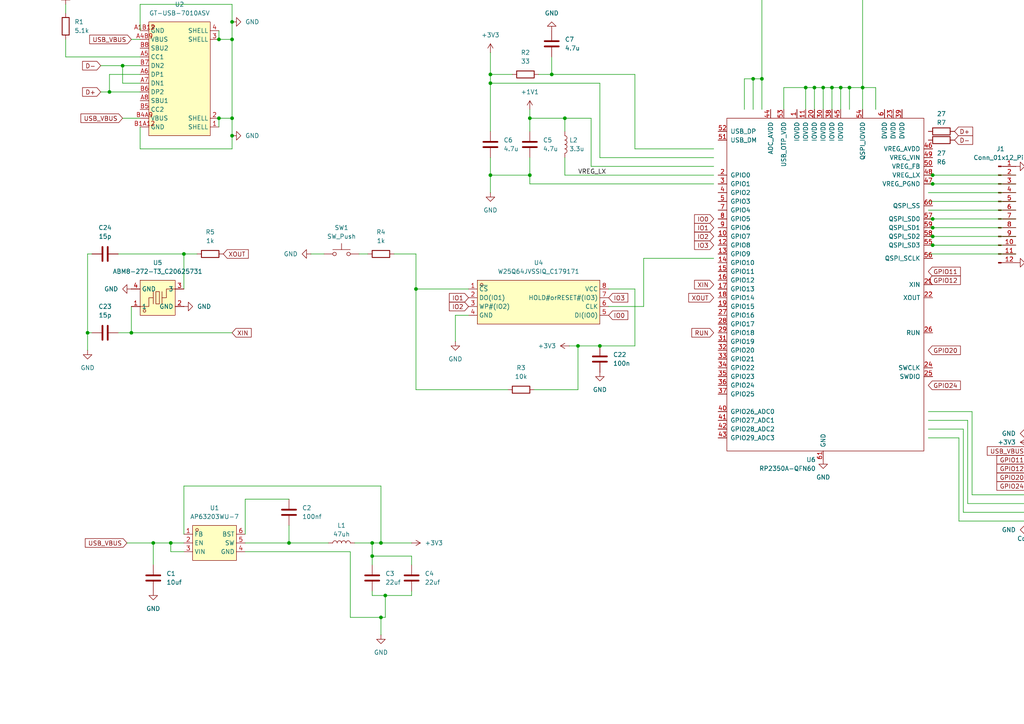
<source format=kicad_sch>
(kicad_sch (version 20250114) (generator "eeschema") (generator_version "9.0")
  (paper "A4")
  (lib_symbols
    (symbol "Connector:Conn_01x12_Pin" (pin_names (offset 1.016) (hide yes))
      (property "Reference" "J" (at 0 15.24 0))
      (property "Value" "Conn_01x12_Pin" (at 0 -17.78 0))
      (symbol "Conn_01x12_Pin_1_1"
        (rectangle (start 0.8636 12.827) (end 0 12.573) (stroke (width 0.1524)) (fill (type outline)))
        (rectangle (start 0.8636 10.287) (end 0 10.033) (stroke (width 0.1524)) (fill (type outline)))
        (rectangle (start 0.8636 7.747) (end 0 7.493) (stroke (width 0.1524)) (fill (type outline)))
        (rectangle (start 0.8636 5.207) (end 0 4.953) (stroke (width 0.1524)) (fill (type outline)))
        (rectangle (start 0.8636 2.667) (end 0 2.413) (stroke (width 0.1524)) (fill (type outline)))
        (rectangle (start 0.8636 0.127) (end 0 -0.127) (stroke (width 0.1524)) (fill (type outline)))
        (rectangle (start 0.8636 -2.413) (end 0 -2.667) (stroke (width 0.1524)) (fill (type outline)))
        (rectangle (start 0.8636 -4.953) (end 0 -5.207) (stroke (width 0.1524)) (fill (type outline)))
        (rectangle (start 0.8636 -7.493) (end 0 -7.747) (stroke (width 0.1524)) (fill (type outline)))
        (rectangle (start 0.8636 -10.033) (end 0 -10.287) (stroke (width 0.1524)) (fill (type outline)))
        (rectangle (start 0.8636 -12.573) (end 0 -12.827) (stroke (width 0.1524)) (fill (type outline)))
        (rectangle (start 0.8636 -15.113) (end 0 -15.367) (stroke (width 0.1524)) (fill (type outline)))
        (polyline (pts (xy 1.27 12.7) (xy 0.8636 12.7)) (stroke (width 0.1524)))
        (polyline (pts (xy 1.27 10.16) (xy 0.8636 10.16)) (stroke (width 0.1524)))
        (polyline (pts (xy 1.27 7.62) (xy 0.8636 7.62)) (stroke (width 0.1524)))
        (polyline (pts (xy 1.27 5.08) (xy 0.8636 5.08)) (stroke (width 0.1524)))
        (polyline (pts (xy 1.27 2.54) (xy 0.8636 2.54)) (stroke (width 0.1524)))
        (polyline (pts (xy 1.27 0) (xy 0.8636 0)) (stroke (width 0.1524)))
        (polyline (pts (xy 1.27 -2.54) (xy 0.8636 -2.54)) (stroke (width 0.1524)))
        (polyline (pts (xy 1.27 -5.08) (xy 0.8636 -5.08)) (stroke (width 0.1524)))
        (polyline (pts (xy 1.27 -7.62) (xy 0.8636 -7.62)) (stroke (width 0.1524)))
        (polyline (pts (xy 1.27 -10.16) (xy 0.8636 -10.16)) (stroke (width 0.1524)))
        (polyline (pts (xy 1.27 -12.7) (xy 0.8636 -12.7)) (stroke (width 0.1524)))
        (polyline (pts (xy 1.27 -15.24) (xy 0.8636 -15.24)) (stroke (width 0.1524)))
        (pin passive line (at 5.08 12.7 180) (length 3.81) (name "Pin_1") (number "1"))
        (pin passive line (at 5.08 10.16 180) (length 3.81) (name "Pin_2") (number "2"))
        (pin passive line (at 5.08 7.62 180) (length 3.81) (name "Pin_3") (number "3"))
        (pin passive line (at 5.08 5.08 180) (length 3.81) (name "Pin_4") (number "4"))
        (pin passive line (at 5.08 2.54 180) (length 3.81) (name "Pin_5") (number "5"))
        (pin passive line (at 5.08 0 180) (length 3.81) (name "Pin_6") (number "6"))
        (pin passive line (at 5.08 -2.54 180) (length 3.81) (name "Pin_7") (number "7"))
        (pin passive line (at 5.08 -5.08 180) (length 3.81) (name "Pin_8") (number "8"))
        (pin passive line (at 5.08 -7.62 180) (length 3.81) (name "Pin_9") (number "9"))
        (pin passive line (at 5.08 -10.16 180) (length 3.81) (name "Pin_10") (number "10"))
        (pin passive line (at 5.08 -12.7 180) (length 3.81) (name "Pin_11") (number "11"))
        (pin passive line (at 5.08 -15.24 180) (length 3.81) (name "Pin_12") (number "12"))
      )
    )
    (symbol "Device:C" (pin_numbers (hide yes)) (pin_names (offset 0.254))
      (property "Reference" "C" (at 0.635 2.54 0))
      (property "Value" "C" (at 0.635 -2.54 0))
      (symbol "C_0_1"
        (polyline (pts (xy -2.032 0.762) (xy 2.032 0.762)) (stroke (width 0.508)))
        (polyline (pts (xy -2.032 -0.762) (xy 2.032 -0.762)) (stroke (width 0.508)))
      )
      (symbol "C_1_1"
        (pin passive line (at 0 3.81 270) (length 2.794) (name "~") (number "1"))
        (pin passive line (at 0 -3.81 90) (length 2.794) (name "~") (number "2"))
      )
    )
    (symbol "Device:L" (pin_numbers (hide yes)) (pin_names (offset 1.016) (hide yes))
      (property "Reference" "L" (at -1.27 0 90))
      (property "Value" "L" (at 1.905 0 90))
      (symbol "L_0_1"
        (arc (start 0 2.54) (mid 0.6323 1.905) (end 0 1.27))
        (arc (start 0 1.27) (mid 0.6323 0.635) (end 0 0))
        (arc (start 0 0) (mid 0.6323 -0.635) (end 0 -1.27))
        (arc (start 0 -1.27) (mid 0.6323 -1.905) (end 0 -2.54))
      )
      (symbol "L_1_1"
        (pin passive line (at 0 3.81 270) (length 1.27) (name "1") (number "1"))
        (pin passive line (at 0 -3.81 90) (length 1.27) (name "2") (number "2"))
      )
    )
    (symbol "Device:R" (pin_numbers (hide yes)) (pin_names (offset 0))
      (property "Reference" "R" (at 2.032 0 90))
      (property "Value" "R" (at 0 0 90))
      (symbol "R_0_1"
        (rectangle (start -1.016 -2.54) (end 1.016 2.54) (stroke (width 0.254)))
      )
      (symbol "R_1_1"
        (pin passive line (at 0 3.81 270) (length 1.27) (name "~") (number "1"))
        (pin passive line (at 0 -3.81 90) (length 1.27) (name "~") (number "2"))
      )
    )
    (symbol "EasyEda:ABM8-272-T3_C20625731"
      (property "Reference" "U" (at 0 7.62 0))
      (property "Value" "ABM8-272-T3_C20625731" (at 0 -7.62 0))
      (symbol "ABM8-272-T3_C20625731_0_1"
        (rectangle (start -5.08 5.08) (end 5.08 -5.08) (fill (type background)))
        (polyline (pts (xy -5.08 -2.54) (xy -2.54 -2.54) (xy -2.54 0) (xy -1.27 0)))
        (circle (center -3.81 -3.81) (radius 0.38))
        (polyline (pts (xy -1.27 -1.78) (xy -1.27 1.78)))
        (rectangle (start -0.51 1.78) (end 0.51 -1.78) (fill (type background)))
        (polyline (pts (xy 1.27 -1.78) (xy 1.27 1.78)))
        (polyline (pts (xy 5.08 2.54) (xy 2.54 2.54) (xy 2.54 0) (xy 1.27 0)))
        (pin input line (at -7.62 2.54 0) (length 2.54) (name "GND") (number "4"))
        (pin input line (at -7.62 -2.54 0) (length 2.54) (name "1") (number "1"))
        (pin input line (at 7.62 2.54 180) (length 2.54) (name "3") (number "3"))
        (pin input line (at 7.62 -2.54 180) (length 2.54) (name "GND") (number "2"))
      )
    )
    (symbol "EasyEda:AP63203WU-7"
      (property "Reference" "U" (at 0 7.62 0))
      (property "Value" "AP63203WU-7" (at 0 -7.62 0))
      (symbol "AP63203WU-7_0_1"
        (rectangle (start -6.35 5.08) (end 6.35 -5.08) (fill (type background)))
        (circle (center -5.08 3.81) (radius 0.38))
        (pin unspecified line (at -8.89 2.54 0) (length 2.54) (name "FB") (number "1"))
        (pin unspecified line (at -8.89 0 0) (length 2.54) (name "EN") (number "2"))
        (pin unspecified line (at -8.89 -2.54 0) (length 2.54) (name "VIN") (number "3"))
        (pin unspecified line (at 8.89 2.54 180) (length 2.54) (name "BST") (number "6"))
        (pin unspecified line (at 8.89 0 180) (length 2.54) (name "SW") (number "5"))
        (pin unspecified line (at 8.89 -2.54 180) (length 2.54) (name "GND") (number "4"))
      )
    )
    (symbol "EasyEda:GT-USB-7010ASV"
      (property "Reference" "U" (at 0 20.32 0))
      (property "Value" "GT-USB-7010ASV" (at 0 -17.78 0))
      (symbol "GT-USB-7010ASV_0_1"
        (rectangle (start -10.16 17.78) (end 7.62 -15.24) (fill (type background)))
        (circle (center -8.89 16.51) (radius 0.38))
        (pin unspecified line (at -12.7 15.24 0) (length 2.54) (name "GND") (number "A1B12"))
        (pin unspecified line (at -12.7 12.7 0) (length 2.54) (name "VBUS") (number "A4B9"))
        (pin unspecified line (at -12.7 10.16 0) (length 2.54) (name "SBU2") (number "B8"))
        (pin unspecified line (at -12.7 7.62 0) (length 2.54) (name "CC1") (number "A5"))
        (pin unspecified line (at -12.7 5.08 0) (length 2.54) (name "DN2") (number "B7"))
        (pin unspecified line (at -12.7 2.54 0) (length 2.54) (name "DP1") (number "A6"))
        (pin unspecified line (at -12.7 0 0) (length 2.54) (name "DN1") (number "A7"))
        (pin unspecified line (at -12.7 -2.54 0) (length 2.54) (name "DP2") (number "B6"))
        (pin unspecified line (at -12.7 -5.08 0) (length 2.54) (name "SBU1") (number "A8"))
        (pin unspecified line (at -12.7 -7.62 0) (length 2.54) (name "CC2") (number "B5"))
        (pin unspecified line (at -12.7 -10.16 0) (length 2.54) (name "VBUS") (number "B4A9"))
        (pin unspecified line (at -12.7 -12.7 0) (length 2.54) (name "GND") (number "B1A12"))
        (pin unspecified line (at 10.16 15.24 180) (length 2.54) (name "SHELL") (number "4"))
        (pin unspecified line (at 10.16 12.7 180) (length 2.54) (name "SHELL") (number "3"))
        (pin unspecified line (at 10.16 -10.16 180) (length 2.54) (name "SHELL") (number "2"))
        (pin unspecified line (at 10.16 -12.7 180) (length 2.54) (name "SHELL") (number "1"))
      )
    )
    (symbol "EasyEda:W25Q64JVSSIQ_C179171"
      (property "Reference" "U" (at 0 8.89 0))
      (property "Value" "W25Q64JVSSIQ_C179171" (at 0 -8.89 0))
      (symbol "W25Q64JVSSIQ_C179171_0_1"
        (rectangle (start -17.78 6.35) (end 17.78 -6.35) (fill (type background)))
        (circle (center -16.51 5.08) (radius 0.38))
        (pin unspecified line (at -20.32 3.81 0) (length 2.54) (name "~{CS}") (number "1"))
        (pin unspecified line (at -20.32 1.27 0) (length 2.54) (name "DO(IO1)") (number "2"))
        (pin unspecified line (at -20.32 -1.27 0) (length 2.54) (name "WP#(IO2)") (number "3"))
        (pin unspecified line (at -20.32 -3.81 0) (length 2.54) (name "GND") (number "4"))
        (pin unspecified line (at 20.32 3.81 180) (length 2.54) (name "VCC") (number "8"))
        (pin unspecified line (at 20.32 1.27 180) (length 2.54) (name "HOLD#orRESET#(IO3)") (number "7"))
        (pin unspecified line (at 20.32 -1.27 180) (length 2.54) (name "CLK") (number "6"))
        (pin unspecified line (at 20.32 -3.81 180) (length 2.54) (name "DI(IO0)") (number "5"))
      )
    )
    (symbol "RPI:RP2350A-QFN60" (pin_names (offset 1.016))
      (property "Reference" "U" (at 0 -1.27 0))
      (property "Value" "RP2350A-QFN60" (at 0 1.27 0))
      (symbol "RP2350A-QFN60_0_1"
        (rectangle (start -29.21 44.45) (end 27.94 -52.07))
      )
      (symbol "RP2350A-QFN60_1_0"
        (pin passive line (at 0 -54.61 90) (length 2.54) (name "GND") (number "61"))
      )
      (symbol "RP2350A-QFN60_1_1"
        (pin power_in line (at -31.75 35.56 0) (length 2.54) (name "VREG_AVDD") (number "46"))
        (pin power_in line (at -31.75 33.02 0) (length 2.54) (name "VREG_VIN") (number "49"))
        (pin power_in line (at -31.75 30.48 0) (length 2.54) (name "VREG_FB") (number "50"))
        (pin power_out line (at -31.75 27.94 0) (length 2.54) (name "VREG_LX") (number "48"))
        (pin input line (at -31.75 25.4 0) (length 2.54) (name "VREG_PGND") (number "47"))
        (pin bidirectional line (at -31.75 19.05 0) (length 2.54) (name "QSPI_SS") (number "60"))
        (pin bidirectional line (at -31.75 15.24 0) (length 2.54) (name "QSPI_SD0") (number "57"))
        (pin bidirectional line (at -31.75 12.7 0) (length 2.54) (name "QSPI_SD1") (number "59"))
        (pin bidirectional line (at -31.75 10.16 0) (length 2.54) (name "QSPI_SD2") (number "58"))
        (pin bidirectional line (at -31.75 7.62 0) (length 2.54) (name "QSPI_SD3") (number "55"))
        (pin bidirectional line (at -31.75 3.81 0) (length 2.54) (name "QSPI_SCLK") (number "56"))
        (pin input line (at -31.75 -3.81 0) (length 2.54) (name "XIN") (number "21"))
        (pin output line (at -31.75 -7.62 0) (length 2.54) (name "XOUT") (number "22"))
        (pin input line (at -31.75 -17.78 0) (length 2.54) (name "RUN") (number "26"))
        (pin input line (at -31.75 -27.94 0) (length 2.54) (name "SWCLK") (number "24"))
        (pin bidirectional line (at -31.75 -30.48 0) (length 2.54) (name "SWDIO") (number "25"))
        (pin power_in line (at -22.86 46.99 270) (length 2.54) (name "DVDD") (number "39"))
        (pin power_in line (at -20.32 46.99 270) (length 2.54) (name "DVDD") (number "23"))
        (pin power_in line (at -17.78 46.99 270) (length 2.54) (name "DVDD") (number "6"))
        (pin power_in line (at -11.43 46.99 270) (length 2.54) (name "QSPI_IOVDD") (number "54"))
        (pin power_in line (at -5.08 46.99 270) (length 2.54) (name "IOVDD") (number "45"))
        (pin power_in line (at -2.54 46.99 270) (length 2.54) (name "IOVDD") (number "38"))
        (pin power_in line (at 0 46.99 270) (length 2.54) (name "IOVDD") (number "30"))
        (pin power_in line (at 2.54 46.99 270) (length 2.54) (name "IOVDD") (number "20"))
        (pin power_in line (at 5.08 46.99 270) (length 2.54) (name "IOVDD") (number "11"))
        (pin power_in line (at 7.62 46.99 270) (length 2.54) (name "IOVDD") (number "1"))
        (pin power_in line (at 11.43 46.99 270) (length 2.54) (name "USB_OTP_VDD") (number "53"))
        (pin power_in line (at 15.24 46.99 270) (length 2.54) (name "ADC_AVDD") (number "44"))
        (pin bidirectional line (at 30.48 40.64 180) (length 2.54) (name "USB_DP") (number "52"))
        (pin bidirectional line (at 30.48 38.1 180) (length 2.54) (name "USB_DM") (number "51"))
        (pin bidirectional line (at 30.48 27.94 180) (length 2.54) (name "GPIO0") (number "2"))
        (pin bidirectional line (at 30.48 25.4 180) (length 2.54) (name "GPIO1") (number "3"))
        (pin bidirectional line (at 30.48 22.86 180) (length 2.54) (name "GPIO2") (number "4"))
        (pin bidirectional line (at 30.48 20.32 180) (length 2.54) (name "GPIO3") (number "5"))
        (pin bidirectional line (at 30.48 17.78 180) (length 2.54) (name "GPIO4") (number "7"))
        (pin bidirectional line (at 30.48 15.24 180) (length 2.54) (name "GPIO5") (number "8"))
        (pin bidirectional line (at 30.48 12.7 180) (length 2.54) (name "GPIO6") (number "9"))
        (pin bidirectional line (at 30.48 10.16 180) (length 2.54) (name "GPIO7") (number "10"))
        (pin bidirectional line (at 30.48 7.62 180) (length 2.54) (name "GPIO8") (number "12"))
        (pin bidirectional line (at 30.48 5.08 180) (length 2.54) (name "GPIO9") (number "13"))
        (pin bidirectional line (at 30.48 2.54 180) (length 2.54) (name "GPIO10") (number "14"))
        (pin bidirectional line (at 30.48 0 180) (length 2.54) (name "GPIO11") (number "15"))
        (pin bidirectional line (at 30.48 -2.54 180) (length 2.54) (name "GPIO12") (number "16"))
        (pin bidirectional line (at 30.48 -5.08 180) (length 2.54) (name "GPIO13") (number "17"))
        (pin bidirectional line (at 30.48 -7.62 180) (length 2.54) (name "GPIO14") (number "18"))
        (pin bidirectional line (at 30.48 -10.16 180) (length 2.54) (name "GPIO15") (number "19"))
        (pin bidirectional line (at 30.48 -12.7 180) (length 2.54) (name "GPIO16") (number "27"))
        (pin bidirectional line (at 30.48 -15.24 180) (length 2.54) (name "GPIO17") (number "28"))
        (pin bidirectional line (at 30.48 -17.78 180) (length 2.54) (name "GPIO18") (number "29"))
        (pin bidirectional line (at 30.48 -20.32 180) (length 2.54) (name "GPIO19") (number "31"))
        (pin bidirectional line (at 30.48 -22.86 180) (length 2.54) (name "GPIO20") (number "32"))
        (pin bidirectional line (at 30.48 -25.4 180) (length 2.54) (name "GPIO21") (number "33"))
        (pin bidirectional line (at 30.48 -27.94 180) (length 2.54) (name "GPIO22") (number "34"))
        (pin bidirectional line (at 30.48 -30.48 180) (length 2.54) (name "GPIO23") (number "35"))
        (pin bidirectional line (at 30.48 -33.02 180) (length 2.54) (name "GPIO24") (number "36"))
        (pin bidirectional line (at 30.48 -35.56 180) (length 2.54) (name "GPIO25") (number "37"))
        (pin bidirectional line (at 30.48 -40.64 180) (length 2.54) (name "GPIO26_ADC0") (number "40"))
        (pin bidirectional line (at 30.48 -43.18 180) (length 2.54) (name "GPIO27_ADC1") (number "41"))
        (pin bidirectional line (at 30.48 -45.72 180) (length 2.54) (name "GPIO28_ADC2") (number "42"))
        (pin bidirectional line (at 30.48 -48.26 180) (length 2.54) (name "GPIO29_ADC3") (number "43"))
      )
    )
    (symbol "Switch:SW_Push" (pin_numbers (hide yes)) (pin_names (offset 1.016) (hide yes))
      (property "Reference" "SW" (at 1.27 2.54 0))
      (property "Value" "SW_Push" (at 0 -1.524 0))
      (symbol "SW_Push_0_1"
        (circle (center -2.032 0) (radius 0.508))
        (polyline (pts (xy 0 1.27) (xy 0 3.048)))
        (circle (center 2.032 0) (radius 0.508))
        (polyline (pts (xy 2.54 1.27) (xy -2.54 1.27)))
        (pin passive line (at -5.08 0 0) (length 2.54) (name "1") (number "1"))
        (pin passive line (at 5.08 0 180) (length 2.54) (name "2") (number "2"))
      )
    )
    (symbol "power:+1V1" (power) (pin_numbers (hide yes)) (pin_names (offset 0) (hide yes))
      (property "Value" "+1V1" (at 0 3.556 0))
      (symbol "+1V1_0_1"
        (polyline (pts (xy -0.762 1.27) (xy 0 2.54)))
        (polyline (pts (xy 0 2.54) (xy 0.762 1.27)))
        (polyline (pts (xy 0 0) (xy 0 2.54)))
      )
      (symbol "+1V1_1_1"
        (pin power_in line (at 0 0 90) (length 0) (name "~") (number "1"))
      )
    )
    (symbol "power:+3V3" (power) (pin_numbers (hide yes)) (pin_names (offset 0) (hide yes))
      (property "Value" "+3V3" (at 0 3.556 0))
      (symbol "+3V3_0_1"
        (polyline (pts (xy -0.762 1.27) (xy 0 2.54)))
        (polyline (pts (xy 0 2.54) (xy 0.762 1.27)))
        (polyline (pts (xy 0 0) (xy 0 2.54)))
      )
      (symbol "+3V3_1_1"
        (pin power_in line (at 0 0 90) (length 0) (name "~") (number "1"))
      )
    )
    (symbol "power:GND" (power) (pin_numbers (hide yes)) (pin_names (offset 0) (hide yes))
      (property "Value" "GND" (at 0 -3.81 0))
      (symbol "GND_0_1"
        (polyline (pts (xy 0 0) (xy 0 -1.27) (xy 1.27 -1.27) (xy 0 -2.54) (xy -1.27 -1.27) (xy 0 -1.27)))
      )
      (symbol "GND_1_1"
        (pin power_in line (at 0 0 270) (length 0) (name "~") (number "1"))
      )
    )
  )
  (junction (at 63.5 11.43))
  (junction (at 142.24 21.59))
  (junction (at 160.02 21.59))
  (junction (at 377.19 -20.32))
  (junction (at 142.24 24.13))
  (junction (at 107.95 157.48))
  (junction (at 173.99 100.33))
  (junction (at 238.76 25.4))
  (junction (at 63.5 34.29))
  (junction (at 31.75 26.67))
  (junction (at 67.31 34.29))
  (junction (at 153.67 50.8))
  (junction (at 35.56 19.05))
  (junction (at 270.51 50.8))
  (junction (at 270.51 71.12))
  (junction (at 167.64 100.33))
  (junction (at 111.76 172.72))
  (junction (at 53.34 73.66))
  (junction (at 250.19 25.4))
  (junction (at 331.47 -20.32))
  (junction (at 270.51 53.34))
  (junction (at 49.53 157.48))
  (junction (at 67.31 6.35))
  (junction (at 107.95 161.29))
  (junction (at 354.33 -20.32))
  (junction (at 331.47 -27.94))
  (junction (at 83.82 157.48))
  (junction (at 297.18 -20.32))
  (junction (at 354.33 -27.94))
  (junction (at 365.76 -27.94))
  (junction (at 38.1 96.52))
  (junction (at 25.4 96.52))
  (junction (at 270.51 63.5))
  (junction (at 205.74 -25.4))
  (junction (at 342.9 -20.32))
  (junction (at 120.65 83.82))
  (junction (at 270.51 66.04))
  (junction (at 342.9 -27.94))
  (junction (at 110.49 157.48))
  (junction (at 255.27 -26.67))
  (junction (at 241.3 25.4))
  (junction (at 308.61 -20.32))
  (junction (at 320.04 -27.94))
  (junction (at 320.04 -20.32))
  (junction (at 142.24 50.8))
  (junction (at 220.98 22.86))
  (junction (at 270.51 68.58))
  (junction (at 205.74 -44.45))
  (junction (at 193.04 -25.4))
  (junction (at 308.61 -27.94))
  (junction (at 243.84 25.4))
  (junction (at 236.22 25.4))
  (junction (at 44.45 157.48))
  (junction (at 238.76 -44.45))
  (junction (at 163.83 34.29))
  (junction (at 67.31 11.43))
  (junction (at 246.38 25.4))
  (junction (at 274.32 -27.94))
  (junction (at 110.49 179.07))
  (junction (at 218.44 22.86))
  (junction (at 365.76 -20.32))
  (junction (at 67.31 39.37))
  (junction (at 297.18 -27.94))
  (junction (at 153.67 34.29))
  (junction (at 218.44 -44.45))
  (junction (at 233.68 25.4))
  (wire (pts (xy 132.08 91.44) (xy 135.89 91.44)))
  (wire (pts (xy 38.1 96.52) (xy 38.1 88.9)))
  (wire (pts (xy 274.32 -20.32) (xy 297.18 -20.32)))
  (wire (pts (xy 314.96 35.56) (xy 314.96 40.64)))
  (wire (pts (xy 142.24 50.8) (xy 142.24 45.72)))
  (wire (pts (xy 29.21 19.05) (xy 35.56 19.05)))
  (wire (pts (xy 254 25.4) (xy 254 31.75)))
  (wire (pts (xy 205.74 -44.45) (xy 193.04 -44.45)))
  (wire (pts (xy 71.12 160.02) (xy 101.6 160.02)))
  (wire (pts (xy 205.74 -44.45) (xy 205.74 -36.83)))
  (wire (pts (xy 176.53 83.82) (xy 184.15 83.82)))
  (wire (pts (xy 160.02 21.59) (xy 184.15 21.59)))
  (wire (pts (xy 71.12 144.78) (xy 83.82 144.78)))
  (wire (pts (xy 119.38 163.83) (xy 119.38 161.29)))
  (wire (pts (xy 35.56 34.29) (xy 40.64 34.29)))
  (wire (pts (xy 165.1 100.33) (xy 167.64 100.33)))
  (wire (pts (xy 67.31 34.29) (xy 63.5 34.29)))
  (wire (pts (xy 342.9 -27.94) (xy 354.33 -27.94)))
  (wire (pts (xy 67.31 39.37) (xy 67.31 34.29)))
  (wire (pts (xy 40.64 8.89) (xy 40.64 1.27)))
  (wire (pts (xy 107.95 172.72) (xy 107.95 171.45)))
  (wire (pts (xy 238.76 -44.45) (xy 218.44 -44.45)))
  (wire (pts (xy 215.9 31.75) (xy 215.9 22.86)))
  (wire (pts (xy 320.04 -27.94) (xy 331.47 -27.94)))
  (wire (pts (xy 142.24 15.24) (xy 142.24 21.59)))
  (wire (pts (xy 238.76 25.4) (xy 241.3 25.4)))
  (wire (pts (xy 153.67 50.8) (xy 142.24 50.8)))
  (wire (pts (xy 354.33 -27.94) (xy 365.76 -27.94)))
  (wire (pts (xy 19.05 1.27) (xy 19.05 3.81)))
  (wire (pts (xy 207.01 74.93) (xy 186.69 74.93)))
  (wire (pts (xy 205.74 -25.4) (xy 193.04 -25.4)))
  (wire (pts (xy 278.13 151.13) (xy 298.45 151.13)))
  (wire (pts (xy 167.64 113.03) (xy 167.64 100.33)))
  (wire (pts (xy 331.47 -27.94) (xy 342.9 -27.94)))
  (wire (pts (xy 171.45 48.26) (xy 207.01 48.26)))
  (wire (pts (xy 269.24 60.96) (xy 294.64 60.96)))
  (wire (pts (xy 153.67 53.34) (xy 153.67 50.8)))
  (wire (pts (xy 101.6 179.07) (xy 110.49 179.07)))
  (wire (pts (xy 40.64 24.13) (xy 35.56 24.13)))
  (wire (pts (xy 280.67 146.05) (xy 298.45 146.05)))
  (wire (pts (xy 107.95 161.29) (xy 107.95 163.83)))
  (wire (pts (xy 280.67 121.92) (xy 280.67 146.05)))
  (wire (pts (xy 40.64 1.27) (xy 67.31 1.27)))
  (wire (pts (xy 67.31 1.27) (xy 67.31 6.35)))
  (wire (pts (xy 269.24 58.42) (xy 294.64 58.42)))
  (wire (pts (xy 184.15 83.82) (xy 184.15 100.33)))
  (wire (pts (xy 142.24 24.13) (xy 142.24 38.1)))
  (wire (pts (xy 269.24 50.8) (xy 270.51 50.8)))
  (wire (pts (xy 270.51 -26.67) (xy 270.51 -27.94)))
  (wire (pts (xy 205.74 -29.21) (xy 205.74 -25.4)))
  (wire (pts (xy 388.62 -20.32) (xy 388.62 -16.51)))
  (wire (pts (xy 269.24 121.92) (xy 280.67 121.92)))
  (wire (pts (xy 110.49 157.48) (xy 119.38 157.48)))
  (wire (pts (xy 207.01 45.72) (xy 173.99 45.72)))
  (wire (pts (xy 269.24 68.58) (xy 270.51 68.58)))
  (wire (pts (xy 184.15 43.18) (xy 184.15 21.59)))
  (wire (pts (xy 83.82 157.48) (xy 95.25 157.48)))
  (wire (pts (xy 25.4 96.52) (xy 25.4 73.66)))
  (wire (pts (xy 63.5 34.29) (xy 63.5 36.83)))
  (wire (pts (xy 270.51 66.04) (xy 294.64 66.04)))
  (wire (pts (xy 142.24 50.8) (xy 142.24 55.88)))
  (wire (pts (xy 255.27 -26.67) (xy 270.51 -26.67)))
  (wire (pts (xy 107.95 157.48) (xy 110.49 157.48)))
  (wire (pts (xy 220.98 22.86) (xy 220.98 -8.89)))
  (wire (pts (xy 270.51 50.8) (xy 294.64 50.8)))
  (wire (pts (xy 270.51 63.5) (xy 294.64 63.5)))
  (wire (pts (xy 218.44 -44.45) (xy 218.44 -36.83)))
  (wire (pts (xy 53.34 83.82) (xy 53.34 73.66)))
  (wire (pts (xy 107.95 157.48) (xy 102.87 157.48)))
  (wire (pts (xy 207.01 53.34) (xy 153.67 53.34)))
  (wire (pts (xy 233.68 25.4) (xy 236.22 25.4)))
  (wire (pts (xy 163.83 50.8) (xy 207.01 50.8)))
  (wire (pts (xy 167.64 100.33) (xy 173.99 100.33)))
  (wire (pts (xy 250.19 25.4) (xy 250.19 -26.67)))
  (wire (pts (xy 111.76 172.72) (xy 107.95 172.72)))
  (wire (pts (xy 142.24 21.59) (xy 148.59 21.59)))
  (wire (pts (xy 132.08 99.06) (xy 132.08 91.44)))
  (wire (pts (xy 193.04 -25.4) (xy 193.04 -29.21)))
  (wire (pts (xy 40.64 43.18) (xy 67.31 43.18)))
  (wire (pts (xy 269.24 66.04) (xy 270.51 66.04)))
  (wire (pts (xy 40.64 16.51) (xy 19.05 16.51)))
  (wire (pts (xy 331.47 -20.32) (xy 342.9 -20.32)))
  (wire (pts (xy 53.34 140.97) (xy 110.49 140.97)))
  (wire (pts (xy 238.76 -8.89) (xy 238.76 -44.45)))
  (wire (pts (xy 156.21 21.59) (xy 160.02 21.59)))
  (wire (pts (xy 19.05 16.51) (xy 19.05 11.43)))
  (wire (pts (xy 255.27 -27.94) (xy 255.27 -26.67)))
  (wire (pts (xy 354.33 -20.32) (xy 365.76 -20.32)))
  (wire (pts (xy 279.4 148.59) (xy 279.4 124.46)))
  (wire (pts (xy 67.31 96.52) (xy 38.1 96.52)))
  (wire (pts (xy 44.45 157.48) (xy 44.45 163.83)))
  (wire (pts (xy 63.5 11.43) (xy 67.31 11.43)))
  (wire (pts (xy 53.34 157.48) (xy 49.53 157.48)))
  (wire (pts (xy 34.29 73.66) (xy 53.34 73.66)))
  (wire (pts (xy 120.65 83.82) (xy 120.65 113.03)))
  (wire (pts (xy 218.44 22.86) (xy 218.44 31.75)))
  (wire (pts (xy 110.49 179.07) (xy 110.49 184.15)))
  (wire (pts (xy 173.99 45.72) (xy 173.99 24.13)))
  (wire (pts (xy 25.4 96.52) (xy 25.4 101.6)))
  (wire (pts (xy 83.82 157.48) (xy 83.82 152.4)))
  (wire (pts (xy 365.76 -20.32) (xy 377.19 -20.32)))
  (wire (pts (xy 207.01 43.18) (xy 184.15 43.18)))
  (wire (pts (xy 269.24 127) (xy 278.13 127)))
  (wire (pts (xy 35.56 24.13) (xy 35.56 19.05)))
  (wire (pts (xy 215.9 22.86) (xy 218.44 22.86)))
  (wire (pts (xy 173.99 24.13) (xy 142.24 24.13)))
  (wire (pts (xy 279.4 124.46) (xy 269.24 124.46)))
  (wire (pts (xy 53.34 154.94) (xy 53.34 140.97)))
  (wire (pts (xy 31.75 21.59) (xy 31.75 26.67)))
  (wire (pts (xy 67.31 43.18) (xy 67.31 39.37)))
  (wire (pts (xy 31.75 26.67) (xy 40.64 26.67)))
  (wire (pts (xy 218.44 -25.4) (xy 205.74 -25.4)))
  (wire (pts (xy 365.76 -27.94) (xy 377.19 -27.94)))
  (wire (pts (xy 90.17 73.66) (xy 93.98 73.66)))
  (wire (pts (xy 227.33 31.75) (xy 227.33 25.4)))
  (wire (pts (xy 278.13 127) (xy 278.13 151.13)))
  (wire (pts (xy 238.76 25.4) (xy 236.22 25.4)))
  (wire (pts (xy 160.02 21.59) (xy 160.02 16.51)))
  (wire (pts (xy 119.38 172.72) (xy 119.38 171.45)))
  (wire (pts (xy 297.18 -20.32) (xy 308.61 -20.32)))
  (wire (pts (xy 67.31 11.43) (xy 67.31 34.29)))
  (wire (pts (xy 342.9 -20.32) (xy 354.33 -20.32)))
  (wire (pts (xy 270.51 -27.94) (xy 274.32 -27.94)))
  (wire (pts (xy 71.12 157.48) (xy 83.82 157.48)))
  (wire (pts (xy 298.45 143.51) (xy 281.94 143.51)))
  (wire (pts (xy 104.14 73.66) (xy 106.68 73.66)))
  (wire (pts (xy 236.22 25.4) (xy 236.22 31.75)))
  (wire (pts (xy 193.04 -44.45) (xy 193.04 -36.83)))
  (wire (pts (xy 218.44 -44.45) (xy 205.74 -44.45)))
  (wire (pts (xy 314.96 8.89) (xy 314.96 11.43)))
  (wire (pts (xy 163.83 34.29) (xy 163.83 38.1)))
  (wire (pts (xy 250.19 -26.67) (xy 255.27 -26.67)))
  (wire (pts (xy 49.53 157.48) (xy 44.45 157.48)))
  (wire (pts (xy 153.67 38.1) (xy 153.67 34.29)))
  (wire (pts (xy 153.67 31.75) (xy 153.67 34.29)))
  (wire (pts (xy 26.67 96.52) (xy 25.4 96.52)))
  (wire (pts (xy 153.67 45.72) (xy 153.67 50.8)))
  (wire (pts (xy 38.1 96.52) (xy 34.29 96.52)))
  (wire (pts (xy 269.24 71.12) (xy 270.51 71.12)))
  (wire (pts (xy 153.67 34.29) (xy 163.83 34.29)))
  (wire (pts (xy 120.65 113.03) (xy 147.32 113.03)))
  (wire (pts (xy 186.69 88.9) (xy 176.53 88.9)))
  (wire (pts (xy 120.65 73.66) (xy 120.65 83.82)))
  (wire (pts (xy 142.24 21.59) (xy 142.24 24.13)))
  (wire (pts (xy 246.38 25.4) (xy 250.19 25.4)))
  (wire (pts (xy 171.45 34.29) (xy 171.45 48.26)))
  (wire (pts (xy 270.51 71.12) (xy 294.64 71.12)))
  (wire (pts (xy 269.24 63.5) (xy 270.51 63.5)))
  (wire (pts (xy 29.21 26.67) (xy 31.75 26.67)))
  (wire (pts (xy 241.3 25.4) (xy 243.84 25.4)))
  (wire (pts (xy 233.68 25.4) (xy 233.68 31.75)))
  (wire (pts (xy 49.53 160.02) (xy 49.53 157.48)))
  (wire (pts (xy 119.38 172.72) (xy 111.76 172.72)))
  (wire (pts (xy 154.94 113.03) (xy 167.64 113.03)))
  (wire (pts (xy 101.6 160.02) (xy 101.6 179.07)))
  (wire (pts (xy 298.45 148.59) (xy 279.4 148.59)))
  (wire (pts (xy 40.64 36.83) (xy 40.64 43.18)))
  (wire (pts (xy 25.4 73.66) (xy 26.67 73.66)))
  (wire (pts (xy 281.94 119.38) (xy 269.24 119.38)))
  (wire (pts (xy 269.24 55.88) (xy 294.64 55.88)))
  (wire (pts (xy 270.51 68.58) (xy 294.64 68.58)))
  (wire (pts (xy 297.18 -27.94) (xy 308.61 -27.94)))
  (wire (pts (xy 107.95 157.48) (xy 107.95 161.29)))
  (wire (pts (xy 36.83 157.48) (xy 44.45 157.48)))
  (wire (pts (xy 63.5 8.89) (xy 63.5 11.43)))
  (wire (pts (xy 246.38 25.4) (xy 246.38 31.75)))
  (wire (pts (xy 269.24 53.34) (xy 270.51 53.34)))
  (wire (pts (xy 250.19 25.4) (xy 250.19 31.75)))
  (wire (pts (xy 111.76 172.72) (xy 111.76 179.07)))
  (wire (pts (xy 218.44 -29.21) (xy 218.44 -25.4)))
  (wire (pts (xy 243.84 25.4) (xy 243.84 31.75)))
  (wire (pts (xy 71.12 154.94) (xy 71.12 144.78)))
  (wire (pts (xy 269.24 73.66) (xy 294.64 73.66)))
  (wire (pts (xy 53.34 160.02) (xy 49.53 160.02)))
  (wire (pts (xy 220.98 -8.89) (xy 238.76 -8.89)))
  (wire (pts (xy 377.19 -20.32) (xy 388.62 -20.32)))
  (wire (pts (xy 186.69 -25.4) (xy 193.04 -25.4)))
  (wire (pts (xy 135.89 83.82) (xy 120.65 83.82)))
  (wire (pts (xy 238.76 31.75) (xy 238.76 25.4)))
  (wire (pts (xy 53.34 73.66) (xy 57.15 73.66)))
  (wire (pts (xy 163.83 45.72) (xy 163.83 50.8)))
  (wire (pts (xy 218.44 22.86) (xy 220.98 22.86)))
  (wire (pts (xy 173.99 100.33) (xy 184.15 100.33)))
  (wire (pts (xy 238.76 -50.8) (xy 238.76 -44.45)))
  (wire (pts (xy 38.1 11.43) (xy 40.64 11.43)))
  (wire (pts (xy 308.61 -27.94) (xy 320.04 -27.94)))
  (wire (pts (xy 119.38 161.29) (xy 107.95 161.29)))
  (wire (pts (xy 241.3 25.4) (xy 241.3 31.75)))
  (wire (pts (xy 220.98 31.75) (xy 220.98 22.86)))
  (wire (pts (xy 274.32 -27.94) (xy 297.18 -27.94)))
  (wire (pts (xy 186.69 74.93) (xy 186.69 88.9)))
  (wire (pts (xy 40.64 21.59) (xy 31.75 21.59)))
  (wire (pts (xy 110.49 140.97) (xy 110.49 157.48)))
  (wire (pts (xy 320.04 -20.32) (xy 331.47 -20.32)))
  (wire (pts (xy 250.19 25.4) (xy 254 25.4)))
  (wire (pts (xy 227.33 25.4) (xy 233.68 25.4)))
  (wire (pts (xy 114.3 73.66) (xy 120.65 73.66)))
  (wire (pts (xy 111.76 179.07) (xy 110.49 179.07)))
  (wire (pts (xy 314.96 19.05) (xy 314.96 25.4)))
  (wire (pts (xy 35.56 19.05) (xy 40.64 19.05)))
  (wire (pts (xy 243.84 25.4) (xy 246.38 25.4)))
  (wire (pts (xy 281.94 143.51) (xy 281.94 119.38)))
  (wire (pts (xy 270.51 53.34) (xy 294.64 53.34)))
  (wire (pts (xy 308.61 -20.32) (xy 320.04 -20.32)))
  (wire (pts (xy 171.45 34.29) (xy 163.83 34.29)))
  (wire (pts (xy 67.31 6.35) (xy 67.31 11.43)))
  (label "VREG_LX" (at 167.64 50.8 0))
  (global_label "USB_VBUS" (shape input) (at 298.45 130.81 180) (property "Intersheetrefs" "${INTERSHEET_REFS}" (effects (hide yes))))
  (global_label "GPIO20" (shape input) (at 298.45 138.43 180) (property "Intersheetrefs" "${INTERSHEET_REFS}" (effects (hide yes))))
  (global_label "IO3" (shape input) (at 207.01 71.12 180) (property "Intersheetrefs" "${INTERSHEET_REFS}" (effects (hide yes))))
  (global_label "IO0" (shape input) (at 176.53 91.44 0) (property "Intersheetrefs" "${INTERSHEET_REFS}" (effects (hide yes))))
  (global_label "XOUT" (shape input) (at 64.77 73.66 0) (property "Intersheetrefs" "${INTERSHEET_REFS}" (effects (hide yes))))
  (global_label "GPIO12" (shape input) (at 298.45 135.89 180) (property "Intersheetrefs" "${INTERSHEET_REFS}" (effects (hide yes))))
  (global_label "XOUT" (shape input) (at 207.01 86.36 180) (property "Intersheetrefs" "${INTERSHEET_REFS}" (effects (hide yes))))
  (global_label "D-" (shape input) (at 29.21 19.05 180) (property "Intersheetrefs" "${INTERSHEET_REFS}" (effects (hide yes))))
  (global_label "GPIO11" (shape input) (at 269.24 78.74 0) (property "Intersheetrefs" "${INTERSHEET_REFS}" (effects (hide yes))))
  (global_label "USB_VBUS" (shape input) (at 36.83 157.48 180) (property "Intersheetrefs" "${INTERSHEET_REFS}" (effects (hide yes))))
  (global_label "USB_VBUS" (shape input) (at 38.1 11.43 180) (property "Intersheetrefs" "${INTERSHEET_REFS}" (effects (hide yes))))
  (global_label "D-" (shape input) (at 276.86 40.64 0) (property "Intersheetrefs" "${INTERSHEET_REFS}" (effects (hide yes))))
  (global_label "D+" (shape input) (at 276.86 38.1 0) (property "Intersheetrefs" "${INTERSHEET_REFS}" (effects (hide yes))))
  (global_label "GPIO24" (shape input) (at 269.24 111.76 0) (property "Intersheetrefs" "${INTERSHEET_REFS}" (effects (hide yes))))
  (global_label "GPIO11" (shape input) (at 298.45 133.35 180) (property "Intersheetrefs" "${INTERSHEET_REFS}" (effects (hide yes))))
  (global_label "IO3" (shape input) (at 176.53 86.36 0) (property "Intersheetrefs" "${INTERSHEET_REFS}" (effects (hide yes))))
  (global_label "RUN" (shape input) (at 207.01 96.52 180) (property "Intersheetrefs" "${INTERSHEET_REFS}" (effects (hide yes))))
  (global_label "IO1" (shape input) (at 207.01 66.04 180) (property "Intersheetrefs" "${INTERSHEET_REFS}" (effects (hide yes))))
  (global_label "RUN" (shape input) (at 314.96 8.89 90) (property "Intersheetrefs" "${INTERSHEET_REFS}" (effects (hide yes))))
  (global_label "XIN" (shape input) (at 67.31 96.52 0) (property "Intersheetrefs" "${INTERSHEET_REFS}" (effects (hide yes))))
  (global_label "USB_VBUS" (shape input) (at 35.56 34.29 180) (property "Intersheetrefs" "${INTERSHEET_REFS}" (effects (hide yes))))
  (global_label "GPIO12" (shape input) (at 269.24 81.28 0) (property "Intersheetrefs" "${INTERSHEET_REFS}" (effects (hide yes))))
  (global_label "XIN" (shape input) (at 207.01 82.55 180) (property "Intersheetrefs" "${INTERSHEET_REFS}" (effects (hide yes))))
  (global_label "IO0" (shape input) (at 207.01 63.5 180) (property "Intersheetrefs" "${INTERSHEET_REFS}" (effects (hide yes))))
  (global_label "GPIO20" (shape input) (at 269.24 101.6 0) (property "Intersheetrefs" "${INTERSHEET_REFS}" (effects (hide yes))))
  (global_label "GPIO24" (shape input) (at 298.45 140.97 180) (property "Intersheetrefs" "${INTERSHEET_REFS}" (effects (hide yes))))
  (global_label "IO2" (shape input) (at 207.01 68.58 180) (property "Intersheetrefs" "${INTERSHEET_REFS}" (effects (hide yes))))
  (global_label "IO1" (shape input) (at 135.89 86.36 180) (property "Intersheetrefs" "${INTERSHEET_REFS}" (effects (hide yes))))
  (global_label "IO2" (shape input) (at 135.89 88.9 180) (property "Intersheetrefs" "${INTERSHEET_REFS}" (effects (hide yes))))
  (global_label "D+" (shape input) (at 29.21 26.67 180) (property "Intersheetrefs" "${INTERSHEET_REFS}" (effects (hide yes))))
  (symbol (lib_id "Connector:Conn_01x12_Pin") (at 289.56 60.96 0) (unit 1)
    (property "Reference" "J1" (at 290.195 43.18 0))
    (property "Value" "Conn_01x12_Pin" (at 290.195 45.72 0))
    (property "Footprint" "Connector_PinHeader_2.54mm:PinHeader_1x12_P2.54mm_Vertical" (effects (hide yes)))
    (property "Description" "Generic connector, single row, 01x12, script generated" (effects (hide yes)))
  )
  (symbol (lib_id "Device:C") (at 320.04 -24.13 0) (unit 1)
    (property "Reference" "C15" (at 323.85 -25.4001 0) (effects (justify left)))
    (property "Value" "100n" (at 323.85 -22.8601 0) (effects (justify left)))
    (property "Footprint" "Capacitor_SMD:C_0402_1005Metric" (effects (hide yes)))
    (property "Description" "Unpolarized capacitor" (effects (hide yes)))
  )
  (symbol (lib_id "power:+3V3") (at 119.38 157.48 270) (unit 1)
    (property "Reference" "#PWR08" (effects (hide yes)))
    (property "Value" "+3V3" (at 123.19 157.4799 90) (effects (justify left)))
    (property "Description" "Power symbol creates a global label with name \"+3V3\"" (effects (hide yes)))
  )
  (symbol (lib_id "Device:C") (at 142.24 41.91 0) (unit 1)
    (property "Reference" "C6" (at 146.05 40.6399 0) (effects (justify left)))
    (property "Value" "4.7u" (at 146.05 43.1799 0) (effects (justify left)))
    (property "Footprint" "RP2350_60QFN_minimal:C_0402_1005Metric_small_pads" (effects (hide yes)))
    (property "Description" "Unpolarized capacitor" (effects (hide yes)))
  )
  (symbol (lib_id "power:+1V1") (at 238.76 -50.8 0) (unit 1)
    (property "Reference" "#PWR011" (effects (hide yes)))
    (property "Value" "+1V1" (at 238.76 -55.88 0))
    (property "Description" "Power symbol creates a global label with name \"+1V1\"" (effects (hide yes)))
  )
  (symbol (lib_id "power:GND") (at 173.99 107.95 0) (unit 1)
    (property "Reference" "#PWR017" (effects (hide yes)))
    (property "Value" "GND" (at 173.99 113.03 0))
    (property "Description" "Power symbol creates a global label with name \"GND\" , ground" (effects (hide yes)))
  )
  (symbol (lib_id "power:GND") (at 294.64 76.2 90) (unit 1)
    (property "Reference" "#PWR026" (effects (hide yes)))
    (property "Value" "GND" (at 298.45 76.1999 90) (effects (justify right)))
    (property "Description" "Power symbol creates a global label with name \"GND\" , ground" (effects (hide yes)))
  )
  (symbol (lib_id "power:GND") (at 53.34 88.9 90) (unit 1)
    (property "Reference" "#PWR019" (effects (hide yes)))
    (property "Value" "GND" (at 57.15 88.8999 90) (effects (justify right)))
    (property "Description" "Power symbol creates a global label with name \"GND\" , ground" (effects (hide yes)))
  )
  (symbol (lib_id "power:+3V3") (at 142.24 15.24 0) (unit 1)
    (property "Reference" "#PWR09" (effects (hide yes)))
    (property "Value" "+3V3" (at 142.24 10.16 0))
    (property "Description" "Power symbol creates a global label with name \"+3V3\"" (effects (hide yes)))
  )
  (symbol (lib_id "Device:C") (at 83.82 148.59 0) (unit 1)
    (property "Reference" "C2" (at 87.63 147.3199 0) (effects (justify left)))
    (property "Value" "100nf" (at 87.63 149.8599 0) (effects (justify left)))
    (property "Footprint" "Capacitor_SMD:C_0402_1005Metric" (effects (hide yes)))
    (property "Description" "Unpolarized capacitor" (effects (hide yes)))
  )
  (symbol (lib_id "power:GND") (at 294.64 48.26 90) (unit 1)
    (property "Reference" "#PWR025" (effects (hide yes)))
    (property "Value" "GND" (at 298.45 48.2599 90) (effects (justify right)))
    (property "Description" "Power symbol creates a global label with name \"GND\" , ground" (effects (hide yes)))
  )
  (symbol (lib_id "Device:R") (at 273.05 38.1 90) (unit 1)
    (property "Reference" "R7" (at 273.05 35.56 90))
    (property "Value" "27" (at 273.05 33.02 90))
    (property "Footprint" "Resistor_SMD:R_0402_1005Metric" (effects (hide yes)))
    (property "Description" "Resistor" (effects (hide yes)))
  )
  (symbol (lib_id "Device:C") (at 153.67 41.91 0) (unit 1)
    (property "Reference" "C5" (at 157.48 40.6399 0) (effects (justify left)))
    (property "Value" "4.7u" (at 157.48 43.1799 0) (effects (justify left)))
    (property "Footprint" "RP2350_60QFN_minimal:C_0402_1005Metric_small_pads" (effects (hide yes)))
    (property "Description" "Unpolarized capacitor" (effects (hide yes)))
  )
  (symbol (lib_id "Device:L") (at 163.83 41.91 0) (unit 1)
    (property "Reference" "L2" (at 165.1 40.6399 0) (effects (justify left)))
    (property "Value" "3.3u" (at 165.1 43.1799 0) (effects (justify left)))
    (property "Footprint" "caps:0603-special" (effects (hide yes)))
    (property "Description" "Inductor" (effects (hide yes)))
  )
  (symbol (lib_id "Device:R") (at 314.96 15.24 0) (unit 1)
    (property "Reference" "R8" (at 308.61 15.24 90))
    (property "Value" "1k" (at 311.15 15.24 90))
    (property "Footprint" "Resistor_SMD:R_0402_1005Metric" (effects (hide yes)))
    (property "Description" "Resistor" (effects (hide yes)))
  )
  (symbol (lib_id "power:GND") (at 186.69 -25.4 270) (unit 1)
    (property "Reference" "#PWR012" (effects (hide yes)))
    (property "Value" "GND" (at 182.88 -25.4001 90) (effects (justify right)))
    (property "Description" "Power symbol creates a global label with name \"GND\" , ground" (effects (hide yes)))
  )
  (symbol (lib_id "Switch:SW_Push") (at 99.06 73.66 0) (unit 1)
    (property "Reference" "SW1" (at 99.06 66.04 0))
    (property "Value" "SW_Push" (at 99.06 68.58 0))
    (property "Footprint" "easyeda2kicad:SW-SMD_L3.9-W3.0-P4.45" (effects (hide yes)))
    (property "Description" "Push button switch, generic, two pins" (effects (hide yes)))
  )
  (symbol (lib_id "Device:C") (at 205.74 -33.02 0) (unit 1)
    (property "Reference" "C9" (at 209.55 -34.2901 0) (effects (justify left)))
    (property "Value" "100n" (at 209.55 -31.7501 0) (effects (justify left)))
    (property "Footprint" "Capacitor_SMD:C_0402_1005Metric" (effects (hide yes)))
    (property "Description" "Unpolarized capacitor" (effects (hide yes)))
  )
  (symbol (lib_id "power:GND") (at 67.31 6.35 90) (unit 1)
    (property "Reference" "#PWR01" (effects (hide yes)))
    (property "Value" "GND" (at 71.12 6.3499 90) (effects (justify right)))
    (property "Description" "Power symbol creates a global label with name \"GND\" , ground" (effects (hide yes)))
  )
  (symbol (lib_id "Device:C") (at 193.04 -33.02 0) (unit 1)
    (property "Reference" "C10" (at 196.85 -34.2901 0) (effects (justify left)))
    (property "Value" "100n" (at 196.85 -31.7501 0) (effects (justify left)))
    (property "Footprint" "Capacitor_SMD:C_0402_1005Metric" (effects (hide yes)))
    (property "Description" "Unpolarized capacitor" (effects (hide yes)))
  )
  (symbol (lib_id "Device:C") (at 218.44 -33.02 0) (unit 1)
    (property "Reference" "C8" (at 222.25 -34.2901 0) (effects (justify left)))
    (property "Value" "100n" (at 222.25 -31.7501 0) (effects (justify left)))
    (property "Footprint" "Capacitor_SMD:C_0402_1005Metric" (effects (hide yes)))
    (property "Description" "Unpolarized capacitor" (effects (hide yes)))
  )
  (symbol (lib_id "Connector:Conn_01x12_Pin") (at 303.53 140.97 180) (unit 1)
    (property "Reference" "J2" (at 302.895 158.75 0))
    (property "Value" "Conn_01x12_Pin" (at 302.895 156.21 0))
    (property "Footprint" "Connector_PinHeader_2.54mm:PinHeader_1x12_P2.54mm_Vertical" (effects (hide yes)))
    (property "Description" "Generic connector, single row, 01x12, script generated" (effects (hide yes)))
  )
  (symbol (lib_id "power:GND") (at 90.17 73.66 270) (unit 1)
    (property "Reference" "#PWR018" (effects (hide yes)))
    (property "Value" "GND" (at 86.36 73.6599 90) (effects (justify right)))
    (property "Description" "Power symbol creates a global label with name \"GND\" , ground" (effects (hide yes)))
  )
  (symbol (lib_id "power:GND") (at 19.05 1.27 180) (unit 1)
    (property "Reference" "#PWR03" (effects (hide yes)))
    (property "Value" "GND" (at 19.05 -3.81 0))
    (property "Description" "Power symbol creates a global label with name \"GND\" , ground" (effects (hide yes)))
  )
  (symbol (lib_id "power:GND") (at 388.62 -16.51 0) (unit 1)
    (property "Reference" "#PWR014" (effects (hide yes)))
    (property "Value" "GND" (at 388.62 -11.43 0))
    (property "Description" "Power symbol creates a global label with name \"GND\" , ground" (effects (hide yes)))
  )
  (symbol (lib_id "power:GND") (at 132.08 99.06 0) (unit 1)
    (property "Reference" "#PWR015" (effects (hide yes)))
    (property "Value" "GND" (at 132.08 104.14 0))
    (property "Description" "Power symbol creates a global label with name \"GND\" , ground" (effects (hide yes)))
  )
  (symbol (lib_id "power:GND") (at 298.45 153.67 270) (unit 1)
    (property "Reference" "#PWR027" (effects (hide yes)))
    (property "Value" "GND" (at 294.64 153.6701 90) (effects (justify right)))
    (property "Description" "Power symbol creates a global label with name \"GND\" , ground" (effects (hide yes)))
  )
  (symbol (lib_id "Device:R") (at 110.49 73.66 270) (unit 1)
    (property "Reference" "R4" (at 110.49 67.31 90))
    (property "Value" "1k" (at 110.49 69.85 90))
    (property "Footprint" "Resistor_SMD:R_0402_1005Metric" (effects (hide yes)))
    (property "Description" "Resistor" (effects (hide yes)))
  )
  (symbol (lib_id "Device:C") (at 44.45 167.64 0) (unit 1)
    (property "Reference" "C1" (at 48.26 166.3699 0) (effects (justify left)))
    (property "Value" "10uf" (at 48.26 168.9099 0) (effects (justify left)))
    (property "Footprint" "Capacitor_SMD:C_0805_2012Metric" (effects (hide yes)))
    (property "Description" "Unpolarized capacitor" (effects (hide yes)))
  )
  (symbol (lib_id "Device:C") (at 160.02 12.7 0) (unit 1)
    (property "Reference" "C7" (at 163.83 11.4299 0) (effects (justify left)))
    (property "Value" "4.7u" (at 163.83 13.9699 0) (effects (justify left)))
    (property "Footprint" "RP2350_60QFN_minimal:C_0402_1005Metric_small_pads" (effects (hide yes)))
    (property "Description" "Unpolarized capacitor" (effects (hide yes)))
  )
  (symbol (lib_id "Device:C") (at 331.47 -24.13 0) (unit 1)
    (property "Reference" "C16" (at 335.28 -25.4001 0) (effects (justify left)))
    (property "Value" "100n" (at 335.28 -22.8601 0) (effects (justify left)))
    (property "Footprint" "Capacitor_SMD:C_0402_1005Metric" (effects (hide yes)))
    (property "Description" "Unpolarized capacitor" (effects (hide yes)))
  )
  (symbol (lib_id "power:+3V3") (at 255.27 -27.94 0) (unit 1)
    (property "Reference" "#PWR013" (effects (hide yes)))
    (property "Value" "+3V3" (at 255.27 -33.02 0))
    (property "Description" "Power symbol creates a global label with name \"+3V3\"" (effects (hide yes)))
  )
  (symbol (lib_id "power:+3V3") (at 298.45 128.27 90) (unit 1)
    (property "Reference" "#PWR029" (effects (hide yes)))
    (property "Value" "+3V3" (at 294.64 128.2701 90) (effects (justify left)))
    (property "Description" "Power symbol creates a global label with name \"+3V3\"" (effects (hide yes)))
  )
  (symbol (lib_id "power:GND") (at 67.31 39.37 90) (unit 1)
    (property "Reference" "#PWR02" (effects (hide yes)))
    (property "Value" "GND" (at 71.12 39.3699 90) (effects (justify right)))
    (property "Description" "Power symbol creates a global label with name \"GND\" , ground" (effects (hide yes)))
  )
  (symbol (lib_id "Device:R") (at 19.05 7.62 0) (unit 1)
    (property "Reference" "R1" (at 21.59 6.3499 0) (effects (justify left)))
    (property "Value" "5.1k" (at 21.59 8.8899 0) (effects (justify left)))
    (property "Footprint" "Resistor_SMD:R_0402_1005Metric" (effects (hide yes)))
    (property "Description" "Resistor" (effects (hide yes)))
  )
  (symbol (lib_id "Device:C") (at 173.99 104.14 0) (unit 1)
    (property "Reference" "C22" (at 177.8 102.8699 0) (effects (justify left)))
    (property "Value" "100n" (at 177.8 105.4099 0) (effects (justify left)))
    (property "Footprint" "Capacitor_SMD:C_0402_1005Metric" (effects (hide yes)))
    (property "Description" "Unpolarized capacitor" (effects (hide yes)))
  )
  (symbol (lib_id "Device:R") (at 151.13 113.03 90) (unit 1)
    (property "Reference" "R3" (at 151.13 106.68 90))
    (property "Value" "10k" (at 151.13 109.22 90))
    (property "Footprint" "Resistor_SMD:R_0402_1005Metric" (effects (hide yes)))
    (property "Description" "Resistor" (effects (hide yes)))
  )
  (symbol (lib_id "power:GND") (at 110.49 184.15 0) (unit 1)
    (property "Reference" "#PWR05" (effects (hide yes)))
    (property "Value" "GND" (at 110.49 189.23 0))
    (property "Description" "Power symbol creates a global label with name \"GND\" , ground" (effects (hide yes)))
  )
  (symbol (lib_id "Device:R") (at 273.05 40.64 270) (unit 1)
    (property "Reference" "R6" (at 273.05 46.99 90))
    (property "Value" "27" (at 273.05 44.45 90))
    (property "Footprint" "Resistor_SMD:R_0402_1005Metric" (effects (hide yes)))
    (property "Description" "Resistor" (effects (hide yes)))
  )
  (symbol (lib_id "power:GND") (at 44.45 171.45 0) (unit 1)
    (property "Reference" "#PWR04" (effects (hide yes)))
    (property "Value" "GND" (at 44.45 176.53 0))
    (property "Description" "Power symbol creates a global label with name \"GND\" , ground" (effects (hide yes)))
  )
  (symbol (lib_id "Device:C") (at 107.95 167.64 0) (unit 1)
    (property "Reference" "C3" (at 111.76 166.3699 0) (effects (justify left)))
    (property "Value" "22uf" (at 111.76 168.9099 0) (effects (justify left)))
    (property "Footprint" "Capacitor_SMD:C_0603_1608Metric" (effects (hide yes)))
    (property "Description" "Unpolarized capacitor" (effects (hide yes)))
  )
  (symbol (lib_id "Switch:SW_Push") (at 314.96 30.48 90) (unit 1)
    (property "Reference" "SW2" (at 307.34 30.48 0))
    (property "Value" "SW_Push" (at 309.88 30.48 0))
    (property "Footprint" "easyeda2kicad:SW-SMD_L3.9-W3.0-P4.45" (effects (hide yes)))
    (property "Description" "Push button switch, generic, two pins" (effects (hide yes)))
  )
  (symbol (lib_id "Device:C") (at 30.48 96.52 90) (unit 1)
    (property "Reference" "C23" (at 30.48 88.9 90))
    (property "Value" "15p" (at 30.48 91.44 90))
    (property "Footprint" "Capacitor_SMD:C_0402_1005Metric" (effects (hide yes)))
    (property "Description" "Unpolarized capacitor" (effects (hide yes)))
  )
  (symbol (lib_id "EasyEda:ABM8-272-T3_C20625731") (at 45.72 86.36 0) (unit 1)
    (property "Reference" "U5" (at 45.72 76.2 0))
    (property "Value" "ABM8-272-T3_C20625731" (at 45.72 78.74 0))
    (property "Footprint" "easyeda2kicad:CRYSTAL-SMD_4P-L3.2-W2.5-BL" (effects (hide yes)))
    (property "LCSC Part" "C20625731" (effects (hide yes)))
  )
  (symbol (lib_id "power:GND") (at 314.96 40.64 0) (unit 1)
    (property "Reference" "#PWR022" (effects (hide yes)))
    (property "Value" "GND" (at 314.9599 44.45 90) (effects (justify right)))
    (property "Description" "Power symbol creates a global label with name \"GND\" , ground" (effects (hide yes)))
  )
  (symbol (lib_id "Device:C") (at 377.19 -24.13 0) (unit 1)
    (property "Reference" "C20" (at 381 -25.4001 0) (effects (justify left)))
    (property "Value" "100n" (at 381 -22.8601 0) (effects (justify left)))
    (property "Footprint" "Capacitor_SMD:C_0402_1005Metric" (effects (hide yes)))
    (property "Description" "Unpolarized capacitor" (effects (hide yes)))
  )
  (symbol (lib_id "power:GND") (at 25.4 101.6 0) (unit 1)
    (property "Reference" "#PWR021" (effects (hide yes)))
    (property "Value" "GND" (at 25.4 106.68 0))
    (property "Description" "Power symbol creates a global label with name \"GND\" , ground" (effects (hide yes)))
  )
  (symbol (lib_id "Device:C") (at 297.18 -24.13 0) (unit 1)
    (property "Reference" "C13" (at 300.99 -25.4001 0) (effects (justify left)))
    (property "Value" "100n" (at 300.99 -22.8601 0) (effects (justify left)))
    (property "Footprint" "Capacitor_SMD:C_0402_1005Metric" (effects (hide yes)))
    (property "Description" "Unpolarized capacitor" (effects (hide yes)))
  )
  (symbol (lib_id "Device:C") (at 365.76 -24.13 0) (unit 1)
    (property "Reference" "C19" (at 369.57 -25.4001 0) (effects (justify left)))
    (property "Value" "100n" (at 369.57 -22.8601 0) (effects (justify left)))
    (property "Footprint" "Capacitor_SMD:C_0402_1005Metric" (effects (hide yes)))
    (property "Description" "Unpolarized capacitor" (effects (hide yes)))
  )
  (symbol (lib_id "RPI:RP2350A-QFN60") (at 238.76 78.74 0) (mirror y) (unit 1)
    (property "Reference" "U6" (at 236.6167 133.35 0) (effects (justify left)))
    (property "Value" "RP2350A-QFN60" (at 236.6167 135.89 0) (effects (justify left)))
    (property "Footprint" "Package_DFN_QFN:QFN-60-1EP_7x7mm_P0.4mm_EP3.4x3.4mm" (effects (hide yes)))
  )
  (symbol (lib_id "power:GND") (at 38.1 83.82 270) (unit 1)
    (property "Reference" "#PWR020" (effects (hide yes)))
    (property "Value" "GND" (at 34.29 83.8199 90) (effects (justify right)))
    (property "Description" "Power symbol creates a global label with name \"GND\" , ground" (effects (hide yes)))
  )
  (symbol (lib_id "EasyEda:AP63203WU-7") (at 62.23 157.48 0) (unit 1)
    (property "Reference" "U1" (at 62.23 147.32 0))
    (property "Value" "AP63203WU-7" (at 62.23 149.86 0))
    (property "Footprint" "easyeda2kicad:TSOT-26_L2.9-W1.6-P0.95-LS2.8-BL" (effects (hide yes)))
    (property "LCSC Part" "C780769" (effects (hide yes)))
  )
  (symbol (lib_id "power:+1V1") (at 153.67 31.75 0) (unit 1)
    (property "Reference" "#PWR010" (effects (hide yes)))
    (property "Value" "+1V1" (at 153.67 26.67 0))
    (property "Description" "Power symbol creates a global label with name \"+1V1\"" (effects (hide yes)))
  )
  (symbol (lib_id "Device:C") (at 308.61 -24.13 0) (unit 1)
    (property "Reference" "C14" (at 312.42 -25.4001 0) (effects (justify left)))
    (property "Value" "100n" (at 312.42 -22.8601 0) (effects (justify left)))
    (property "Footprint" "Capacitor_SMD:C_0402_1005Metric" (effects (hide yes)))
    (property "Description" "Unpolarized capacitor" (effects (hide yes)))
  )
  (symbol (lib_id "Device:C") (at 119.38 167.64 0) (unit 1)
    (property "Reference" "C4" (at 123.19 166.3699 0) (effects (justify left)))
    (property "Value" "22uf" (at 123.19 168.9099 0) (effects (justify left)))
    (property "Footprint" "Capacitor_SMD:C_0603_1608Metric" (effects (hide yes)))
    (property "Description" "Unpolarized capacitor" (effects (hide yes)))
  )
  (symbol (lib_id "Device:L") (at 99.06 157.48 90) (unit 1)
    (property "Reference" "L1" (at 99.06 152.4 90))
    (property "Value" "47uh" (at 99.06 154.94 90))
    (property "Footprint" "Inductor_SMD:L_1210_3225Metric" (effects (hide yes)))
    (property "Description" "Inductor" (effects (hide yes)))
  )
  (symbol (lib_id "Device:C") (at 30.48 73.66 90) (unit 1)
    (property "Reference" "C24" (at 30.48 66.04 90))
    (property "Value" "15p" (at 30.48 68.58 90))
    (property "Footprint" "Capacitor_SMD:C_0402_1005Metric" (effects (hide yes)))
    (property "Description" "Unpolarized capacitor" (effects (hide yes)))
  )
  (symbol (lib_id "EasyEda:GT-USB-7010ASV") (at 53.34 24.13 0) (unit 1)
    (property "Reference" "U2" (at 52.07 1.27 0))
    (property "Value" "GT-USB-7010ASV" (at 52.07 3.81 0))
    (property "Footprint" "easyeda2kicad:USB-C-SMD_G-SWITCH_GT-USB-7010ASV" (effects (hide yes)))
    (property "LCSC Part" "C2988369" (effects (hide yes)))
  )
  (symbol (lib_id "power:GND") (at 298.45 125.73 270) (unit 1)
    (property "Reference" "#PWR028" (effects (hide yes)))
    (property "Value" "GND" (at 294.64 125.7301 90) (effects (justify right)))
    (property "Description" "Power symbol creates a global label with name \"GND\" , ground" (effects (hide yes)))
  )
  (symbol (lib_id "power:GND") (at 238.76 133.35 0) (unit 1)
    (property "Reference" "#PWR024" (effects (hide yes)))
    (property "Value" "GND" (at 238.76 138.43 0))
    (property "Description" "Power symbol creates a global label with name \"GND\" , ground" (effects (hide yes)))
  )
  (symbol (lib_id "power:GND") (at 160.02 8.89 180) (unit 1)
    (property "Reference" "#PWR07" (effects (hide yes)))
    (property "Value" "GND" (at 160.02 3.81 0))
    (property "Description" "Power symbol creates a global label with name \"GND\" , ground" (effects (hide yes)))
  )
  (symbol (lib_id "Device:C") (at 274.32 -24.13 0) (unit 1)
    (property "Reference" "C11" (at 278.13 -25.4001 0) (effects (justify left)))
    (property "Value" "100n" (at 278.13 -22.8601 0) (effects (justify left)))
    (property "Footprint" "Capacitor_SMD:C_0402_1005Metric" (effects (hide yes)))
    (property "Description" "Unpolarized capacitor" (effects (hide yes)))
  )
  (symbol (lib_id "Device:R") (at 152.4 21.59 90) (unit 1)
    (property "Reference" "R2" (at 152.4 15.24 90))
    (property "Value" "33" (at 152.4 17.78 90))
    (property "Footprint" "Resistor_SMD:R_0402_1005Metric" (effects (hide yes)))
    (property "Description" "Resistor" (effects (hide yes)))
  )
  (symbol (lib_id "Device:C") (at 354.33 -24.13 0) (unit 1)
    (property "Reference" "C18" (at 358.14 -25.4001 0) (effects (justify left)))
    (property "Value" "100n" (at 358.14 -22.8601 0) (effects (justify left)))
    (property "Footprint" "Capacitor_SMD:C_0402_1005Metric" (effects (hide yes)))
    (property "Description" "Unpolarized capacitor" (effects (hide yes)))
  )
  (symbol (lib_id "power:+3V3") (at 165.1 100.33 90) (unit 1)
    (property "Reference" "#PWR016" (effects (hide yes)))
    (property "Value" "+3V3" (at 161.29 100.3299 90) (effects (justify left)))
    (property "Description" "Power symbol creates a global label with name \"+3V3\"" (effects (hide yes)))
  )
  (symbol (lib_id "EasyEda:W25Q64JVSSIQ_C179171") (at 156.21 87.63 0) (unit 1)
    (property "Reference" "U4" (at 156.21 76.2 0))
    (property "Value" "W25Q64JVSSIQ_C179171" (at 156.21 78.74 0))
    (property "Footprint" "easyeda2kicad:SOIC-8_L5.3-W5.3-P1.27-LS8.0-BL" (effects (hide yes)))
    (property "Datasheet" "https://lcsc.com/product-detail/New-Arrivals_Winbond-Elec-W25Q64JVSSIQ_C179171.html" (effects (hide yes)))
    (property "LCSC Part" "C179171" (effects (hide yes)))
  )
  (symbol (lib_id "Device:C") (at 342.9 -24.13 0) (unit 1)
    (property "Reference" "C17" (at 346.71 -25.4001 0) (effects (justify left)))
    (property "Value" "100n" (at 346.71 -22.8601 0) (effects (justify left)))
    (property "Footprint" "Capacitor_SMD:C_0402_1005Metric" (effects (hide yes)))
    (property "Description" "Unpolarized capacitor" (effects (hide yes)))
  )
  (symbol (lib_id "power:GND") (at 142.24 55.88 0) (unit 1)
    (property "Reference" "#PWR06" (effects (hide yes)))
    (property "Value" "GND" (at 142.24 60.96 0))
    (property "Description" "Power symbol creates a global label with name \"GND\" , ground" (effects (hide yes)))
  )
  (symbol (lib_id "Device:R") (at 60.96 73.66 90) (unit 1)
    (property "Reference" "R5" (at 60.96 67.31 90))
    (property "Value" "1k" (at 60.96 69.85 90))
    (property "Footprint" "Resistor_SMD:R_0402_1005Metric" (effects (hide yes)))
    (property "Description" "Resistor" (effects (hide yes)))
  )
)
</source>
